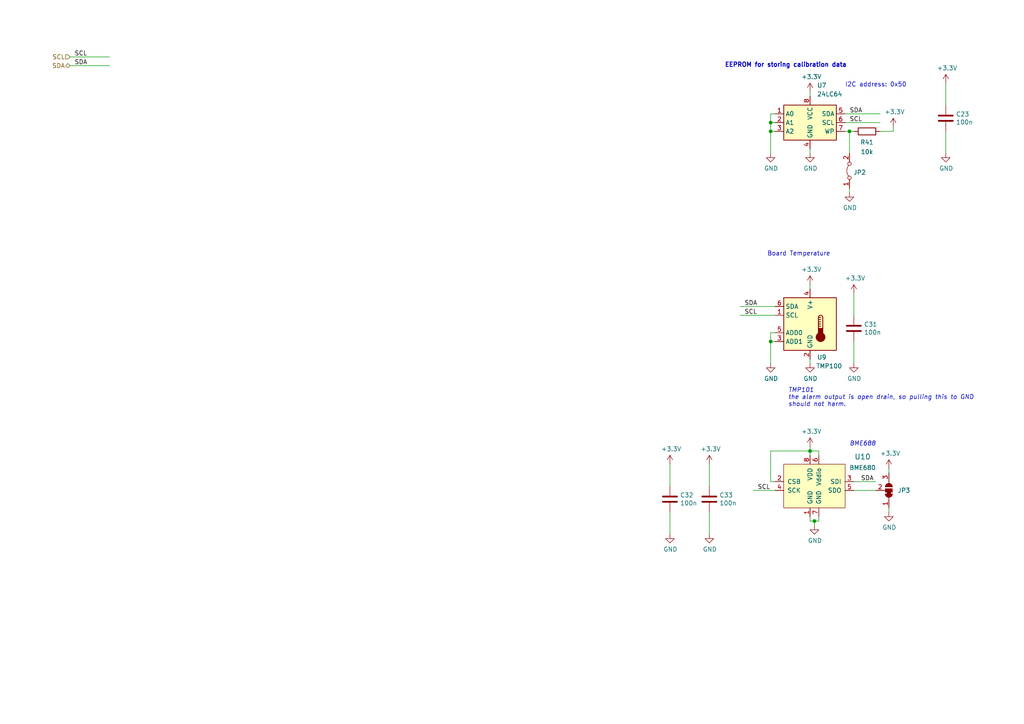
<source format=kicad_sch>
(kicad_sch (version 20230121) (generator eeschema)
  (paper "A4")
  (lib_symbols
    (symbol "Device:C" (pin_numbers hide) (pin_names (offset 0.254))
      (property "Reference" "C" (at 0.635 2.54 0))
      (property "Value" "C" (at 0.635 -2.54 0))
      (symbol "C_0_1"
        (polyline (pts (xy -2.032 -0.762) (xy 2.032 -0.762)) (stroke (width 0.508)))
        (polyline (pts (xy -2.032 0.762) (xy 2.032 0.762)) (stroke (width 0.508)))
      )
      (symbol "C_1_1"
        (pin passive line (at 0 3.81 270) (length 2.794) (name "~") (number "1"))
        (pin passive line (at 0 -3.81 90) (length 2.794) (name "~") (number "2"))
      )
    )
    (symbol "Device:R" (pin_numbers hide) (pin_names (offset 0))
      (property "Reference" "R" (at 2.032 0 90))
      (property "Value" "R" (at 0 0 90))
      (symbol "R_0_1"
        (rectangle (start -1.016 -2.54) (end 1.016 2.54) (stroke (width 0.254)))
      )
      (symbol "R_1_1"
        (pin passive line (at 0 3.81 270) (length 1.27) (name "~") (number "1"))
        (pin passive line (at 0 -3.81 90) (length 1.27) (name "~") (number "2"))
      )
    )
    (symbol "Jumper:Jumper_2_Bridged" (pin_names (offset 0) hide)
      (property "Reference" "JP" (at 0 1.905 0))
      (property "Value" "Jumper_2_Bridged" (at 0 -2.54 0))
      (symbol "Jumper_2_Bridged_0_0"
        (circle (center -2.032 0) (radius 0.508))
        (circle (center 2.032 0) (radius 0.508))
      )
      (symbol "Jumper_2_Bridged_0_1"
        (arc (start 1.524 0.254) (mid 0 0.762) (end -1.524 0.254))
      )
      (symbol "Jumper_2_Bridged_1_1"
        (pin passive line (at -5.08 0 0) (length 2.54) (name "A") (number "1"))
        (pin passive line (at 5.08 0 180) (length 2.54) (name "B") (number "2"))
      )
    )
    (symbol "Jumper:SolderJumper_3_Bridged12" (pin_names (offset 0) hide)
      (property "Reference" "JP" (at -2.54 -2.54 0))
      (property "Value" "SolderJumper_3_Bridged12" (at 0 2.794 0))
      (symbol "SolderJumper_3_Bridged12_0_1"
        (rectangle (start -1.016 0.508) (end -0.508 -0.508) (fill (type outline)))
        (arc (start -1.016 1.016) (mid -2.0276 0) (end -1.016 -1.016))
        (arc (start -1.016 1.016) (mid -2.0276 0) (end -1.016 -1.016) (fill (type outline)))
        (rectangle (start -0.508 1.016) (end 0.508 -1.016) (fill (type outline)))
        (polyline (pts (xy -2.54 0) (xy -2.032 0)))
        (polyline (pts (xy -1.016 1.016) (xy -1.016 -1.016)))
        (polyline (pts (xy 0 -1.27) (xy 0 -1.016)))
        (polyline (pts (xy 1.016 1.016) (xy 1.016 -1.016)))
        (polyline (pts (xy 2.54 0) (xy 2.032 0)))
        (arc (start 1.016 -1.016) (mid 2.0276 0) (end 1.016 1.016))
        (arc (start 1.016 -1.016) (mid 2.0276 0) (end 1.016 1.016) (fill (type outline)))
      )
      (symbol "SolderJumper_3_Bridged12_1_1"
        (pin passive line (at -5.08 0 0) (length 2.54) (name "A") (number "1"))
        (pin passive line (at 0 -3.81 90) (length 2.54) (name "C") (number "2"))
        (pin passive line (at 5.08 0 180) (length 2.54) (name "B") (number "3"))
      )
    )
    (symbol "Memory_EEPROM:24LC64"
      (property "Reference" "U" (at -6.35 6.35 0))
      (property "Value" "24LC64" (at 1.27 6.35 0))
      (symbol "24LC64_1_1"
        (rectangle (start -7.62 5.08) (end 7.62 -5.08) (stroke (width 0.254)) (fill (type background)))
        (pin input line (at -10.16 2.54 0) (length 2.54) (name "A0") (number "1"))
        (pin input line (at -10.16 0 0) (length 2.54) (name "A1") (number "2"))
        (pin input line (at -10.16 -2.54 0) (length 2.54) (name "A2") (number "3"))
        (pin power_in line (at 0 -7.62 90) (length 2.54) (name "GND") (number "4"))
        (pin bidirectional line (at 10.16 2.54 180) (length 2.54) (name "SDA") (number "5"))
        (pin input line (at 10.16 0 180) (length 2.54) (name "SCL") (number "6"))
        (pin input line (at 10.16 -2.54 180) (length 2.54) (name "WP") (number "7"))
        (pin power_in line (at 0 7.62 270) (length 2.54) (name "VCC") (number "8"))
      )
    )
    (symbol "Sensor_Temperature:TMP100"
      (property "Reference" "U" (at 10.16 6.35 0))
      (property "Value" "TMP100" (at 12.7 3.81 0))
      (symbol "TMP100_0_1"
        (rectangle (start -7.62 7.62) (end 7.62 -7.62) (stroke (width 0.254)) (fill (type background)))
      )
      (symbol "TMP100_1_1"
        (polyline (pts (xy 2.413 -0.635) (xy 3.048 -0.635)) (stroke (width 0.254)))
        (polyline (pts (xy 2.413 0) (xy 3.048 0)) (stroke (width 0.254)))
        (polyline (pts (xy 2.413 0.635) (xy 3.048 0.635)) (stroke (width 0.254)))
        (polyline (pts (xy 2.413 1.27) (xy 3.048 1.27)) (stroke (width 0.254)))
        (polyline (pts (xy 2.413 1.905) (xy 2.413 -1.27)) (stroke (width 0.254)))
        (polyline (pts (xy 2.413 1.905) (xy 3.048 1.905)) (stroke (width 0.254)))
        (polyline (pts (xy 3.683 1.905) (xy 3.683 -1.27)) (stroke (width 0.254)))
        (circle (center 3.048 -3.81) (radius 1.27) (stroke (width 0.254)) (fill (type outline)))
        (rectangle (start 3.683 -3.175) (end 2.413 -1.27) (stroke (width 0.254)) (fill (type outline)))
        (arc (start 3.683 1.905) (mid 3.048 2.5373) (end 2.413 1.905) (stroke (width 0.254)))
        (pin input line (at -10.16 2.54 0) (length 2.54) (name "SCL") (number "1"))
        (pin power_in line (at 0 -10.16 90) (length 2.54) (name "GND") (number "2"))
        (pin input line (at -10.16 -5.08 0) (length 2.54) (name "ADD1") (number "3"))
        (pin power_in line (at 0 10.16 270) (length 2.54) (name "V+") (number "4"))
        (pin input line (at -10.16 -2.54 0) (length 2.54) (name "ADD0") (number "5"))
        (pin bidirectional line (at -10.16 5.08 0) (length 2.54) (name "SDA") (number "6"))
      )
    )
    (symbol "dk_Specialized-Sensors:BME680" (pin_names (offset 1.016))
      (property "Reference" "U" (at -7.62 8.89 0))
      (property "Value" "BME680" (at 3.81 -6.35 0))
      (symbol "BME680_0_1"
        (rectangle (start -7.62 7.62) (end 10.16 -5.08) (fill (type background)))
      )
      (symbol "BME680_1_1"
        (pin power_in line (at 0 -7.62 90) (length 2.54) (name "GND") (number "1"))
        (pin input line (at -10.16 2.54 0) (length 2.54) (name "CSB") (number "2"))
        (pin bidirectional line (at 12.7 2.54 180) (length 2.54) (name "SDI") (number "3"))
        (pin input line (at -10.16 0 0) (length 2.54) (name "SCK") (number "4"))
        (pin bidirectional line (at 12.7 0 180) (length 2.54) (name "SDO") (number "5"))
        (pin power_in line (at 2.54 10.16 270) (length 2.54) (name "Vddio") (number "6"))
        (pin power_in line (at 2.54 -7.62 90) (length 2.54) (name "GND") (number "7"))
        (pin power_in line (at 0 10.16 270) (length 2.54) (name "VDD") (number "8"))
      )
    )
    (symbol "power:+3.3V" (power) (pin_names (offset 0))
      (property "Value" "+3.3V" (at 0 3.556 0))
      (symbol "+3.3V_0_1"
        (polyline (pts (xy -0.762 1.27) (xy 0 2.54)))
        (polyline (pts (xy 0 0) (xy 0 2.54)))
        (polyline (pts (xy 0 2.54) (xy 0.762 1.27)))
      )
      (symbol "+3.3V_1_1"
        (pin power_in line (at 0 0 90) (length 0) hide (name "+3.3V") (number "1"))
      )
    )
    (symbol "power:GND" (power) (pin_names (offset 0))
      (property "Value" "GND" (at 0 -3.81 0))
      (symbol "GND_0_1"
        (polyline (pts (xy 0 0) (xy 0 -1.27) (xy 1.27 -1.27) (xy 0 -2.54) (xy -1.27 -1.27) (xy 0 -1.27)))
      )
      (symbol "GND_1_1"
        (pin power_in line (at 0 0 270) (length 0) hide (name "GND") (number "1"))
      )
    )
  )
  (junction (at 223.52 38.1))
  (junction (at 234.95 130.81))
  (junction (at 223.52 99.06))
  (junction (at 223.52 35.56))
  (junction (at 236.22 151.13))
  (junction (at 246.38 38.1))
  (wire (pts (xy 237.49 149.86) (xy 237.49 151.13)))
  (wire (pts (xy 245.11 33.02) (xy 255.27 33.02)))
  (wire (pts (xy 224.79 38.1) (xy 223.52 38.1)))
  (wire (pts (xy 234.95 149.86) (xy 234.95 151.13)))
  (wire (pts (xy 205.74 134.62) (xy 205.74 140.97)))
  (wire (pts (xy 274.32 38.1) (xy 274.32 44.45)))
  (wire (pts (xy 274.32 24.13) (xy 274.32 30.48)))
  (wire (pts (xy 245.11 35.56) (xy 255.27 35.56)))
  (wire (pts (xy 247.65 142.24) (xy 254 142.24)))
  (wire (pts (xy 205.74 148.59) (xy 205.74 154.94)))
  (wire (pts (xy 246.38 38.1) (xy 246.38 44.45)))
  (wire (pts (xy 234.95 129.54) (xy 234.95 130.81)))
  (wire (pts (xy 259.08 38.1) (xy 259.08 36.83)))
  (wire (pts (xy 223.52 33.02) (xy 224.79 33.02)))
  (wire (pts (xy 223.52 35.56) (xy 224.79 35.56)))
  (wire (pts (xy 224.79 139.7) (xy 223.52 139.7)))
  (wire (pts (xy 234.95 104.14) (xy 234.95 105.41)))
  (wire (pts (xy 223.52 139.7) (xy 223.52 130.81)))
  (wire (pts (xy 214.63 88.9) (xy 224.79 88.9)))
  (wire (pts (xy 247.65 139.7) (xy 254 139.7)))
  (wire (pts (xy 236.22 151.13) (xy 236.22 152.4)))
  (wire (pts (xy 234.95 130.81) (xy 237.49 130.81)))
  (wire (pts (xy 234.95 43.18) (xy 234.95 44.45)))
  (wire (pts (xy 257.81 147.32) (xy 257.81 148.59)))
  (wire (pts (xy 20.32 19.05) (xy 31.75 19.05)))
  (wire (pts (xy 234.95 151.13) (xy 236.22 151.13)))
  (wire (pts (xy 20.32 16.51) (xy 31.75 16.51)))
  (wire (pts (xy 194.31 148.59) (xy 194.31 154.94)))
  (wire (pts (xy 246.38 38.1) (xy 247.65 38.1)))
  (wire (pts (xy 234.95 26.67) (xy 234.95 27.94)))
  (wire (pts (xy 223.52 38.1) (xy 223.52 44.45)))
  (wire (pts (xy 223.52 35.56) (xy 223.52 33.02)))
  (wire (pts (xy 224.79 96.52) (xy 223.52 96.52)))
  (wire (pts (xy 224.79 99.06) (xy 223.52 99.06)))
  (wire (pts (xy 247.65 85.09) (xy 247.65 91.44)))
  (wire (pts (xy 223.52 38.1) (xy 223.52 35.56)))
  (wire (pts (xy 218.44 142.24) (xy 224.79 142.24)))
  (wire (pts (xy 223.52 130.81) (xy 234.95 130.81)))
  (wire (pts (xy 257.81 135.89) (xy 257.81 137.16)))
  (wire (pts (xy 223.52 96.52) (xy 223.52 99.06)))
  (wire (pts (xy 255.27 38.1) (xy 259.08 38.1)))
  (wire (pts (xy 234.95 82.55) (xy 234.95 83.82)))
  (wire (pts (xy 246.38 54.61) (xy 246.38 55.88)))
  (wire (pts (xy 194.31 134.62) (xy 194.31 140.97)))
  (wire (pts (xy 245.11 38.1) (xy 246.38 38.1)))
  (wire (pts (xy 237.49 132.08) (xy 237.49 130.81)))
  (wire (pts (xy 247.65 99.06) (xy 247.65 105.41)))
  (wire (pts (xy 223.52 99.06) (xy 223.52 105.41)))
  (wire (pts (xy 236.22 151.13) (xy 237.49 151.13)))
  (wire (pts (xy 234.95 130.81) (xy 234.95 132.08)))
  (wire (pts (xy 214.63 91.44) (xy 224.79 91.44)))
  (text "EEPROM for storing calibration data" (at 210.185 19.685 0) (effects (font (size 1.27 1.27) (thickness 0.254) bold) (justify left bottom)))
  (text "Board Temperature" (at 222.504 74.422 0) (effects (font (size 1.27 1.27)) (justify left bottom)))
  (text "I2C address: 0x50" (at 245.11 25.4 0) (effects (font (size 1.27 1.27)) (justify left bottom)))
  (text "BME688" (at 246.38 129.54 0) (effects (font (size 1.27 1.27) italic) (justify left bottom)))
  (text "TMP101\nthe alarm output is open drain, so pulling this to GND\nshould not harm." (at 228.6 118.11 0) (effects (font (size 1.27 1.27) italic) (justify left bottom)))
  (label "SCL" (at 219.71 142.24 0))
  (label "SCL" (at 246.38 35.56 0))
  (label "SCL" (at 215.9 91.44 0))
  (label "SCL" (at 21.59 16.51 0))
  (label "SDA" (at 246.38 33.02 0))
  (label "SDA" (at 249.682 139.7 0))
  (label "SDA" (at 215.9 88.9 0))
  (label "SDA" (at 21.59 19.05 0))
  (hierarchical_label "SDA" (shape bidirectional) (at 20.32 19.05 180))
  (hierarchical_label "SCL" (shape input) (at 20.32 16.51 180))
  (symbol (lib_id "power:GND") (at 234.95 44.45 0) (unit 1)
    (property "Reference" "#PWR077" (effects hide))
    (property "Value" "GND" (at 235.077 48.8442 0))
  )
  (symbol (lib_id "Device:C") (at 247.65 95.25 0) (unit 1)
    (property "Reference" "C31" (at 250.571 94.0816 0) (effects (justify left)))
    (property "Value" "100n" (at 250.571 96.393 0) (effects (justify left)))
    (property "Footprint" "Capacitor_SMD:C_0603_1608Metric" (effects hide))
  )
  (symbol (lib_id "power:GND") (at 246.38 55.88 0) (unit 1)
    (property "Reference" "#PWR078" (effects hide))
    (property "Value" "GND" (at 246.507 60.2742 0))
  )
  (symbol (lib_id "Jumper:Jumper_2_Bridged") (at 246.38 49.53 90) (unit 1)
    (property "Reference" "JP2" (at 247.523 50.009 90) (effects (justify right)))
    (property "Value" "Jumper_2_Bridged" (effects hide))
    (property "Footprint" "Jumper:SolderJumper-2_P1.3mm_Bridged_RoundedPad1.0x1.5mm" (effects hide))
  )
  (symbol (lib_id "Device:C") (at 205.74 144.78 0) (unit 1)
    (property "Reference" "C33" (at 208.661 143.6116 0) (effects (justify left)))
    (property "Value" "100n" (at 208.661 145.923 0) (effects (justify left)))
    (property "Footprint" "Capacitor_SMD:C_0603_1608Metric" (effects hide))
  )
  (symbol (lib_id "dk_Specialized-Sensors:BME680") (at 234.95 142.24 0) (unit 1)
    (property "Reference" "U10" (at 250.19 132.4863 0) (effects (font (size 1.524 1.524))))
    (property "Value" "BME680" (at 250.19 135.6612 0))
    (property "Footprint" "digikey-footprints:BME680" (effects hide))
    (property "Datasheet" "https://ae-bst.resource.bosch.com/media/_tech/media/datasheets/BST-BME680-DS001.pdf" (effects hide))
    (property "Digi-Key_PN" "828-1077-1-ND" (effects hide))
    (property "MPN" "BME680" (effects hide))
    (property "Category" "Sensors, Transducers" (effects hide))
    (property "Family" "Specialized Sensors" (effects hide))
    (property "DK_Datasheet_Link" "https://ae-bst.resource.bosch.com/media/_tech/media/datasheets/BST-BME680-DS001.pdf" (effects hide))
    (property "DK_Detail_Page" "/product-detail/en/bosch-sensortec/BME680/828-1077-1-ND/7401321" (effects hide))
    (property "Description" "SENSOR RH PRESSURE TEMP VOC" (effects hide))
    (property "Manufacturer" "Bosch Sensortec" (effects hide))
    (property "Status" "Active" (effects hide))
  )
  (symbol (lib_id "power:+3.3V") (at 274.32 24.13 0) (unit 1)
    (property "Reference" "#PWR080" (effects hide))
    (property "Value" "+3.3V" (at 274.701 19.7358 0))
  )
  (symbol (lib_id "power:GND") (at 257.81 148.59 0) (unit 1)
    (property "Reference" "#PWR089" (effects hide))
    (property "Value" "GND" (at 257.937 152.9842 0))
  )
  (symbol (lib_id "Memory_EEPROM:24LC64") (at 234.95 35.56 0) (unit 1)
    (property "Reference" "U7" (at 236.9694 24.765 0) (effects (justify left)))
    (property "Value" "24LC64" (at 236.9694 27.305 0) (effects (justify left)))
    (property "Footprint" "Package_DIP:DIP-8_W7.62mm" (effects hide))
    (property "Datasheet" "http://ww1.microchip.com/downloads/en/DeviceDoc/21189f.pdf" (effects hide))
  )
  (symbol (lib_id "power:GND") (at 223.52 105.41 0) (unit 1)
    (property "Reference" "#PWR058" (effects hide))
    (property "Value" "GND" (at 223.647 109.8042 0))
  )
  (symbol (lib_id "Device:C") (at 274.32 34.29 0) (unit 1)
    (property "Reference" "C23" (at 277.241 33.1216 0) (effects (justify left)))
    (property "Value" "100n" (at 277.241 35.433 0) (effects (justify left)))
    (property "Footprint" "Capacitor_SMD:C_0603_1608Metric" (effects hide))
  )
  (symbol (lib_id "power:GND") (at 236.22 152.4 0) (unit 1)
    (property "Reference" "#PWR083" (effects hide))
    (property "Value" "GND" (at 236.347 156.7942 0))
  )
  (symbol (lib_id "power:+3.3V") (at 259.08 36.83 0) (unit 1)
    (property "Reference" "#PWR079" (effects hide))
    (property "Value" "+3.3V" (at 259.461 32.4358 0))
  )
  (symbol (lib_id "power:GND") (at 194.31 154.94 0) (unit 1)
    (property "Reference" "#PWR085" (effects hide))
    (property "Value" "GND" (at 194.437 159.3342 0))
  )
  (symbol (lib_id "power:GND") (at 234.95 105.41 0) (unit 1)
    (property "Reference" "#PWR060" (effects hide))
    (property "Value" "GND" (at 235.077 109.8042 0))
  )
  (symbol (lib_id "power:GND") (at 223.52 44.45 0) (unit 1)
    (property "Reference" "#PWR075" (effects hide))
    (property "Value" "GND" (at 223.647 48.8442 0))
  )
  (symbol (lib_id "Device:C") (at 194.31 144.78 0) (unit 1)
    (property "Reference" "C32" (at 197.231 143.6116 0) (effects (justify left)))
    (property "Value" "100n" (at 197.231 145.923 0) (effects (justify left)))
    (property "Footprint" "Capacitor_SMD:C_0603_1608Metric" (effects hide))
  )
  (symbol (lib_id "power:+3.3V") (at 205.74 134.62 0) (unit 1)
    (property "Reference" "#PWR086" (effects hide))
    (property "Value" "+3.3V" (at 206.121 130.2258 0))
  )
  (symbol (lib_id "power:+3.3V") (at 247.65 85.09 0) (unit 1)
    (property "Reference" "#PWR062" (effects hide))
    (property "Value" "+3.3V" (at 248.031 80.6958 0))
  )
  (symbol (lib_id "power:+3.3V") (at 234.95 26.67 0) (unit 1)
    (property "Reference" "#PWR076" (effects hide))
    (property "Value" "+3.3V" (at 235.331 22.2758 0))
  )
  (symbol (lib_id "Device:R") (at 251.46 38.1 90) (unit 1)
    (property "Reference" "R41" (at 251.46 41.2655 90))
    (property "Value" "10k" (at 251.46 44.0406 90))
    (property "Footprint" "Resistor_SMD:R_0603_1608Metric" (effects hide))
  )
  (symbol (lib_id "power:GND") (at 205.74 154.94 0) (unit 1)
    (property "Reference" "#PWR087" (effects hide))
    (property "Value" "GND" (at 205.867 159.3342 0))
  )
  (symbol (lib_id "power:+3.3V") (at 257.81 135.89 0) (unit 1)
    (property "Reference" "#PWR088" (effects hide))
    (property "Value" "+3.3V" (at 258.191 131.4958 0))
  )
  (symbol (lib_id "power:GND") (at 274.32 44.45 0) (unit 1)
    (property "Reference" "#PWR081" (effects hide))
    (property "Value" "GND" (at 274.447 48.8442 0))
  )
  (symbol (lib_id "power:GND") (at 247.65 105.41 0) (unit 1)
    (property "Reference" "#PWR063" (effects hide))
    (property "Value" "GND" (at 247.777 109.8042 0))
  )
  (symbol (lib_id "power:+3.3V") (at 194.31 134.62 0) (unit 1)
    (property "Reference" "#PWR084" (effects hide))
    (property "Value" "+3.3V" (at 194.691 130.2258 0))
  )
  (symbol (lib_id "Sensor_Temperature:TMP100") (at 234.95 93.98 0) (unit 1)
    (property "Reference" "U9" (at 236.982 103.632 0) (effects (justify left)))
    (property "Value" "TMP100" (at 236.728 106.172 0) (effects (justify left)))
    (property "Footprint" "Package_TO_SOT_SMD:SOT-23-6" (effects hide))
    (property "Datasheet" "http://www.ti.com/lit/gpn/tmp100" (effects hide))
  )
  (symbol (lib_id "Jumper:SolderJumper_3_Bridged12") (at 257.81 142.24 270) (mirror x) (unit 1)
    (property "Reference" "JP3" (at 260.35 142.2399 90) (effects (justify left)))
    (property "Value" "SolderJumper_3_Bridged12" (effects hide))
    (property "Footprint" "Jumper:SolderJumper-3_P1.3mm_Bridged12_RoundedPad1.0x1.5mm" (effects hide))
  )
  (symbol (lib_id "power:+3.3V") (at 234.95 82.55 0) (unit 1)
    (property "Reference" "#PWR059" (effects hide))
    (property "Value" "+3.3V" (at 235.331 78.1558 0))
  )
  (symbol (lib_id "power:+3.3V") (at 234.95 129.54 0) (unit 1)
    (property "Reference" "#PWR082" (effects hide))
    (property "Value" "+3.3V" (at 235.331 125.1458 0))
  )
)
</source>
